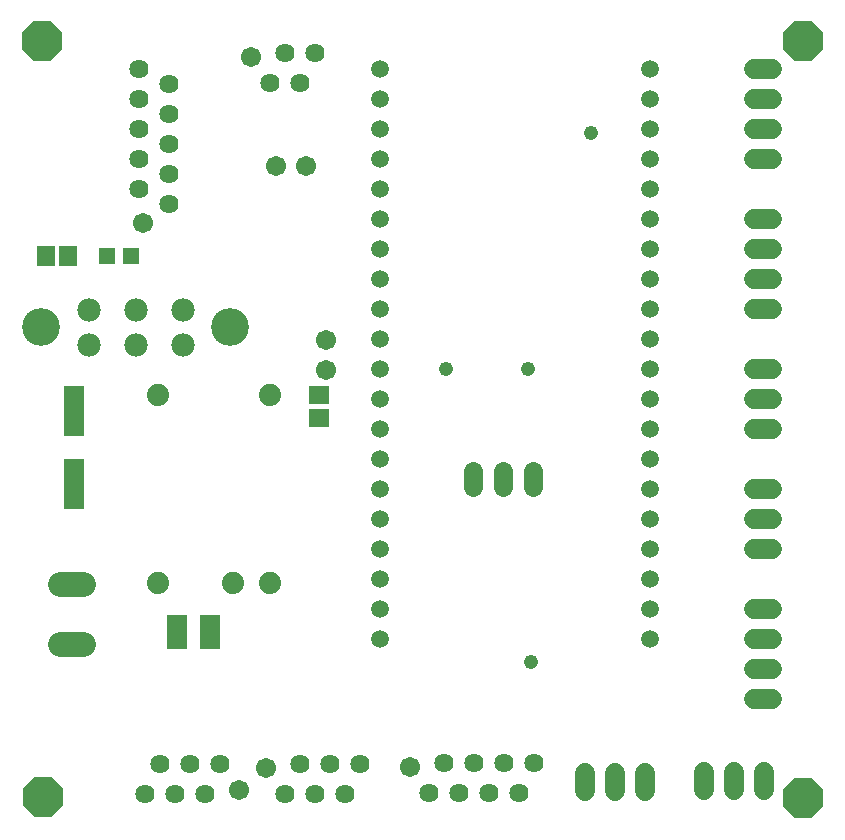
<source format=gts>
G75*
G70*
%OFA0B0*%
%FSLAX24Y24*%
%IPPOS*%
%LPD*%
%AMOC8*
5,1,8,0,0,1.08239X$1,22.5*
%
%ADD10C,0.0595*%
%ADD11C,0.0740*%
%ADD12R,0.0710X0.0592*%
%ADD13R,0.0710X0.1143*%
%ADD14R,0.0710X0.1655*%
%ADD15C,0.0848*%
%ADD16C,0.0674*%
%ADD17R,0.0552X0.0552*%
%ADD18R,0.0592X0.0710*%
%ADD19C,0.0640*%
%ADD20C,0.0640*%
%ADD21C,0.0671*%
%ADD22C,0.0780*%
%ADD23C,0.1261*%
%ADD24C,0.0476*%
%ADD25OC8,0.1346*%
D10*
X019065Y011228D03*
X019065Y012228D03*
X019065Y013228D03*
X019065Y014228D03*
X019065Y015228D03*
X019065Y016228D03*
X019065Y017228D03*
X019065Y018228D03*
X019065Y019228D03*
X019065Y020228D03*
X019065Y021228D03*
X019065Y022228D03*
X019065Y023228D03*
X019065Y024228D03*
X019065Y025228D03*
X019065Y026228D03*
X019065Y027228D03*
X019065Y028228D03*
X019065Y029228D03*
X019065Y030228D03*
X028065Y030228D03*
X028065Y029228D03*
X028065Y028228D03*
X028065Y027228D03*
X028065Y026228D03*
X028065Y025228D03*
X028065Y024228D03*
X028065Y023228D03*
X028065Y022228D03*
X028065Y021228D03*
X028065Y020228D03*
X028065Y019228D03*
X028065Y018228D03*
X028065Y017228D03*
X028065Y016228D03*
X028065Y015228D03*
X028065Y014228D03*
X028065Y013228D03*
X028065Y012228D03*
X028065Y011228D03*
D11*
X015419Y013117D03*
X014167Y013117D03*
X011667Y013117D03*
X011667Y019369D03*
X015415Y019369D03*
D12*
X017034Y019365D03*
X017034Y018617D03*
D13*
X013414Y011482D03*
X012311Y011482D03*
D14*
X008868Y016425D03*
X008868Y018826D03*
D15*
X009166Y013092D02*
X008398Y013092D01*
X008398Y011092D02*
X009166Y011092D01*
D16*
X025900Y006785D02*
X025900Y006191D01*
X026900Y006191D02*
X026900Y006785D01*
X027900Y006785D02*
X027900Y006191D01*
X029880Y006214D02*
X029880Y006807D01*
X030880Y006807D02*
X030880Y006214D01*
X031880Y006214D02*
X031880Y006807D01*
X032127Y009228D02*
X031534Y009228D01*
X031534Y010228D02*
X032127Y010228D01*
X032127Y011228D02*
X031534Y011228D01*
X031534Y012228D02*
X032127Y012228D01*
X032127Y014228D02*
X031534Y014228D01*
X031534Y015228D02*
X032127Y015228D01*
X032127Y016228D02*
X031534Y016228D01*
X031534Y018228D02*
X032127Y018228D01*
X032127Y019228D02*
X031534Y019228D01*
X031534Y020228D02*
X032127Y020228D01*
X032127Y022228D02*
X031534Y022228D01*
X031534Y023228D02*
X032127Y023228D01*
X032127Y024228D02*
X031534Y024228D01*
X031534Y025228D02*
X032127Y025228D01*
X032127Y027228D02*
X031534Y027228D01*
X031534Y028228D02*
X032127Y028228D01*
X032127Y029228D02*
X031534Y029228D01*
X031534Y030228D02*
X032127Y030228D01*
D17*
X010786Y023998D03*
X009959Y023998D03*
D18*
X008680Y024006D03*
X007932Y024006D03*
D19*
X022160Y016853D02*
X022160Y016293D01*
X023160Y016293D02*
X023160Y016853D01*
X024160Y016853D02*
X024160Y016293D01*
D20*
X024213Y007118D03*
X023213Y007118D03*
X022213Y007118D03*
X021213Y007118D03*
X021713Y006118D03*
X022713Y006118D03*
X023713Y006118D03*
X020713Y006118D03*
X018416Y007090D03*
X017416Y007090D03*
X016416Y007090D03*
X016916Y006090D03*
X017916Y006090D03*
X015916Y006090D03*
X013734Y007059D03*
X012734Y007059D03*
X011734Y007059D03*
X011234Y006059D03*
X012234Y006059D03*
X013234Y006059D03*
X012030Y025745D03*
X012030Y026745D03*
X011030Y026245D03*
X011030Y027245D03*
X011030Y028245D03*
X011030Y029245D03*
X011030Y030245D03*
X012030Y029745D03*
X012030Y028745D03*
X012030Y027745D03*
X015420Y029780D03*
X016420Y029780D03*
X015920Y030780D03*
X016920Y030780D03*
D21*
X014783Y030637D03*
X015602Y027019D03*
X016602Y027019D03*
X011174Y025108D03*
X017283Y021224D03*
X017283Y020224D03*
X015278Y006946D03*
X014372Y006202D03*
X020075Y006974D03*
D22*
X012512Y021042D03*
X012512Y022223D03*
X010937Y022223D03*
X010937Y021042D03*
X009362Y021042D03*
X009362Y022223D03*
D23*
X007787Y021632D03*
X014087Y021632D03*
D24*
X021260Y020256D03*
X024015Y020240D03*
X026090Y028122D03*
X024102Y010472D03*
D25*
X007821Y005961D03*
X033186Y005938D03*
X033184Y031167D03*
X007804Y031165D03*
M02*

</source>
